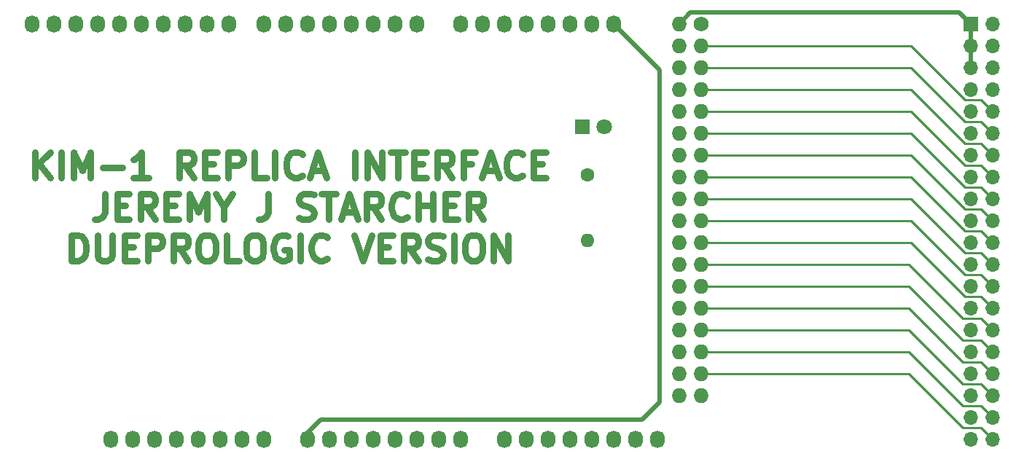
<source format=gbr>
%TF.GenerationSoftware,KiCad,Pcbnew,6.0.2+dfsg-1*%
%TF.CreationDate,2022-06-12T22:28:19-04:00*%
%TF.ProjectId,kim1-earthpeople,6b696d31-2d65-4617-9274-6870656f706c,rev?*%
%TF.SameCoordinates,Original*%
%TF.FileFunction,Copper,L1,Top*%
%TF.FilePolarity,Positive*%
%FSLAX46Y46*%
G04 Gerber Fmt 4.6, Leading zero omitted, Abs format (unit mm)*
G04 Created by KiCad (PCBNEW 6.0.2+dfsg-1) date 2022-06-12 22:28:19*
%MOMM*%
%LPD*%
G01*
G04 APERTURE LIST*
%ADD10C,0.750000*%
%TA.AperFunction,NonConductor*%
%ADD11C,0.750000*%
%TD*%
%TA.AperFunction,ComponentPad*%
%ADD12O,1.727200X2.032000*%
%TD*%
%TA.AperFunction,ComponentPad*%
%ADD13O,1.727200X1.727200*%
%TD*%
%TA.AperFunction,ComponentPad*%
%ADD14C,1.727200*%
%TD*%
%TA.AperFunction,ComponentPad*%
%ADD15C,1.600000*%
%TD*%
%TA.AperFunction,ComponentPad*%
%ADD16O,1.600000X1.600000*%
%TD*%
%TA.AperFunction,ComponentPad*%
%ADD17R,1.800000X1.800000*%
%TD*%
%TA.AperFunction,ComponentPad*%
%ADD18C,1.800000*%
%TD*%
%TA.AperFunction,ComponentPad*%
%ADD19R,1.700000X1.700000*%
%TD*%
%TA.AperFunction,ComponentPad*%
%ADD20O,1.700000X1.700000*%
%TD*%
%TA.AperFunction,Conductor*%
%ADD21C,0.500000*%
%TD*%
%TA.AperFunction,Conductor*%
%ADD22C,0.250000*%
%TD*%
G04 APERTURE END LIST*
D10*
D11*
X122574571Y-88729142D02*
X122574571Y-85729142D01*
X124288857Y-88729142D02*
X123003142Y-87014857D01*
X124288857Y-85729142D02*
X122574571Y-87443428D01*
X125574571Y-88729142D02*
X125574571Y-85729142D01*
X127003142Y-88729142D02*
X127003142Y-85729142D01*
X128003142Y-87872000D01*
X129003142Y-85729142D01*
X129003142Y-88729142D01*
X130431714Y-87586285D02*
X132717428Y-87586285D01*
X135717428Y-88729142D02*
X134003142Y-88729142D01*
X134860285Y-88729142D02*
X134860285Y-85729142D01*
X134574571Y-86157714D01*
X134288857Y-86443428D01*
X134003142Y-86586285D01*
X141003142Y-88729142D02*
X140003142Y-87300571D01*
X139288857Y-88729142D02*
X139288857Y-85729142D01*
X140431714Y-85729142D01*
X140717428Y-85872000D01*
X140860285Y-86014857D01*
X141003142Y-86300571D01*
X141003142Y-86729142D01*
X140860285Y-87014857D01*
X140717428Y-87157714D01*
X140431714Y-87300571D01*
X139288857Y-87300571D01*
X142288857Y-87157714D02*
X143288857Y-87157714D01*
X143717428Y-88729142D02*
X142288857Y-88729142D01*
X142288857Y-85729142D01*
X143717428Y-85729142D01*
X145003142Y-88729142D02*
X145003142Y-85729142D01*
X146146000Y-85729142D01*
X146431714Y-85872000D01*
X146574571Y-86014857D01*
X146717428Y-86300571D01*
X146717428Y-86729142D01*
X146574571Y-87014857D01*
X146431714Y-87157714D01*
X146146000Y-87300571D01*
X145003142Y-87300571D01*
X149431714Y-88729142D02*
X148003142Y-88729142D01*
X148003142Y-85729142D01*
X150431714Y-88729142D02*
X150431714Y-85729142D01*
X153574571Y-88443428D02*
X153431714Y-88586285D01*
X153003142Y-88729142D01*
X152717428Y-88729142D01*
X152288857Y-88586285D01*
X152003142Y-88300571D01*
X151860285Y-88014857D01*
X151717428Y-87443428D01*
X151717428Y-87014857D01*
X151860285Y-86443428D01*
X152003142Y-86157714D01*
X152288857Y-85872000D01*
X152717428Y-85729142D01*
X153003142Y-85729142D01*
X153431714Y-85872000D01*
X153574571Y-86014857D01*
X154717428Y-87872000D02*
X156146000Y-87872000D01*
X154431714Y-88729142D02*
X155431714Y-85729142D01*
X156431714Y-88729142D01*
X159717428Y-88729142D02*
X159717428Y-85729142D01*
X161146000Y-88729142D02*
X161146000Y-85729142D01*
X162860285Y-88729142D01*
X162860285Y-85729142D01*
X163860285Y-85729142D02*
X165574571Y-85729142D01*
X164717428Y-88729142D02*
X164717428Y-85729142D01*
X166574571Y-87157714D02*
X167574571Y-87157714D01*
X168003142Y-88729142D02*
X166574571Y-88729142D01*
X166574571Y-85729142D01*
X168003142Y-85729142D01*
X171003142Y-88729142D02*
X170003142Y-87300571D01*
X169288857Y-88729142D02*
X169288857Y-85729142D01*
X170431714Y-85729142D01*
X170717428Y-85872000D01*
X170860285Y-86014857D01*
X171003142Y-86300571D01*
X171003142Y-86729142D01*
X170860285Y-87014857D01*
X170717428Y-87157714D01*
X170431714Y-87300571D01*
X169288857Y-87300571D01*
X173288857Y-87157714D02*
X172288857Y-87157714D01*
X172288857Y-88729142D02*
X172288857Y-85729142D01*
X173717428Y-85729142D01*
X174717428Y-87872000D02*
X176146000Y-87872000D01*
X174431714Y-88729142D02*
X175431714Y-85729142D01*
X176431714Y-88729142D01*
X179146000Y-88443428D02*
X179003142Y-88586285D01*
X178574571Y-88729142D01*
X178288857Y-88729142D01*
X177860285Y-88586285D01*
X177574571Y-88300571D01*
X177431714Y-88014857D01*
X177288857Y-87443428D01*
X177288857Y-87014857D01*
X177431714Y-86443428D01*
X177574571Y-86157714D01*
X177860285Y-85872000D01*
X178288857Y-85729142D01*
X178574571Y-85729142D01*
X179003142Y-85872000D01*
X179146000Y-86014857D01*
X180431714Y-87157714D02*
X181431714Y-87157714D01*
X181860285Y-88729142D02*
X180431714Y-88729142D01*
X180431714Y-85729142D01*
X181860285Y-85729142D01*
X130646000Y-90559142D02*
X130646000Y-92702000D01*
X130503142Y-93130571D01*
X130217428Y-93416285D01*
X129788857Y-93559142D01*
X129503142Y-93559142D01*
X132074571Y-91987714D02*
X133074571Y-91987714D01*
X133503142Y-93559142D02*
X132074571Y-93559142D01*
X132074571Y-90559142D01*
X133503142Y-90559142D01*
X136503142Y-93559142D02*
X135503142Y-92130571D01*
X134788857Y-93559142D02*
X134788857Y-90559142D01*
X135931714Y-90559142D01*
X136217428Y-90702000D01*
X136360285Y-90844857D01*
X136503142Y-91130571D01*
X136503142Y-91559142D01*
X136360285Y-91844857D01*
X136217428Y-91987714D01*
X135931714Y-92130571D01*
X134788857Y-92130571D01*
X137788857Y-91987714D02*
X138788857Y-91987714D01*
X139217428Y-93559142D02*
X137788857Y-93559142D01*
X137788857Y-90559142D01*
X139217428Y-90559142D01*
X140503142Y-93559142D02*
X140503142Y-90559142D01*
X141503142Y-92702000D01*
X142503142Y-90559142D01*
X142503142Y-93559142D01*
X144503142Y-92130571D02*
X144503142Y-93559142D01*
X143503142Y-90559142D02*
X144503142Y-92130571D01*
X145503142Y-90559142D01*
X149646000Y-90559142D02*
X149646000Y-92702000D01*
X149503142Y-93130571D01*
X149217428Y-93416285D01*
X148788857Y-93559142D01*
X148503142Y-93559142D01*
X153217428Y-93416285D02*
X153646000Y-93559142D01*
X154360285Y-93559142D01*
X154646000Y-93416285D01*
X154788857Y-93273428D01*
X154931714Y-92987714D01*
X154931714Y-92702000D01*
X154788857Y-92416285D01*
X154646000Y-92273428D01*
X154360285Y-92130571D01*
X153788857Y-91987714D01*
X153503142Y-91844857D01*
X153360285Y-91702000D01*
X153217428Y-91416285D01*
X153217428Y-91130571D01*
X153360285Y-90844857D01*
X153503142Y-90702000D01*
X153788857Y-90559142D01*
X154503142Y-90559142D01*
X154931714Y-90702000D01*
X155788857Y-90559142D02*
X157503142Y-90559142D01*
X156646000Y-93559142D02*
X156646000Y-90559142D01*
X158360285Y-92702000D02*
X159788857Y-92702000D01*
X158074571Y-93559142D02*
X159074571Y-90559142D01*
X160074571Y-93559142D01*
X162788857Y-93559142D02*
X161788857Y-92130571D01*
X161074571Y-93559142D02*
X161074571Y-90559142D01*
X162217428Y-90559142D01*
X162503142Y-90702000D01*
X162646000Y-90844857D01*
X162788857Y-91130571D01*
X162788857Y-91559142D01*
X162646000Y-91844857D01*
X162503142Y-91987714D01*
X162217428Y-92130571D01*
X161074571Y-92130571D01*
X165788857Y-93273428D02*
X165646000Y-93416285D01*
X165217428Y-93559142D01*
X164931714Y-93559142D01*
X164503142Y-93416285D01*
X164217428Y-93130571D01*
X164074571Y-92844857D01*
X163931714Y-92273428D01*
X163931714Y-91844857D01*
X164074571Y-91273428D01*
X164217428Y-90987714D01*
X164503142Y-90702000D01*
X164931714Y-90559142D01*
X165217428Y-90559142D01*
X165646000Y-90702000D01*
X165788857Y-90844857D01*
X167074571Y-93559142D02*
X167074571Y-90559142D01*
X167074571Y-91987714D02*
X168788857Y-91987714D01*
X168788857Y-93559142D02*
X168788857Y-90559142D01*
X170217428Y-91987714D02*
X171217428Y-91987714D01*
X171646000Y-93559142D02*
X170217428Y-93559142D01*
X170217428Y-90559142D01*
X171646000Y-90559142D01*
X174646000Y-93559142D02*
X173646000Y-92130571D01*
X172931714Y-93559142D02*
X172931714Y-90559142D01*
X174074571Y-90559142D01*
X174360285Y-90702000D01*
X174503142Y-90844857D01*
X174646000Y-91130571D01*
X174646000Y-91559142D01*
X174503142Y-91844857D01*
X174360285Y-91987714D01*
X174074571Y-92130571D01*
X172931714Y-92130571D01*
X126788857Y-98389142D02*
X126788857Y-95389142D01*
X127503142Y-95389142D01*
X127931714Y-95532000D01*
X128217428Y-95817714D01*
X128360285Y-96103428D01*
X128503142Y-96674857D01*
X128503142Y-97103428D01*
X128360285Y-97674857D01*
X128217428Y-97960571D01*
X127931714Y-98246285D01*
X127503142Y-98389142D01*
X126788857Y-98389142D01*
X129788857Y-95389142D02*
X129788857Y-97817714D01*
X129931714Y-98103428D01*
X130074571Y-98246285D01*
X130360285Y-98389142D01*
X130931714Y-98389142D01*
X131217428Y-98246285D01*
X131360285Y-98103428D01*
X131503142Y-97817714D01*
X131503142Y-95389142D01*
X132931714Y-96817714D02*
X133931714Y-96817714D01*
X134360285Y-98389142D02*
X132931714Y-98389142D01*
X132931714Y-95389142D01*
X134360285Y-95389142D01*
X135646000Y-98389142D02*
X135646000Y-95389142D01*
X136788857Y-95389142D01*
X137074571Y-95532000D01*
X137217428Y-95674857D01*
X137360285Y-95960571D01*
X137360285Y-96389142D01*
X137217428Y-96674857D01*
X137074571Y-96817714D01*
X136788857Y-96960571D01*
X135646000Y-96960571D01*
X140360285Y-98389142D02*
X139360285Y-96960571D01*
X138646000Y-98389142D02*
X138646000Y-95389142D01*
X139788857Y-95389142D01*
X140074571Y-95532000D01*
X140217428Y-95674857D01*
X140360285Y-95960571D01*
X140360285Y-96389142D01*
X140217428Y-96674857D01*
X140074571Y-96817714D01*
X139788857Y-96960571D01*
X138646000Y-96960571D01*
X142217428Y-95389142D02*
X142788857Y-95389142D01*
X143074571Y-95532000D01*
X143360285Y-95817714D01*
X143503142Y-96389142D01*
X143503142Y-97389142D01*
X143360285Y-97960571D01*
X143074571Y-98246285D01*
X142788857Y-98389142D01*
X142217428Y-98389142D01*
X141931714Y-98246285D01*
X141646000Y-97960571D01*
X141503142Y-97389142D01*
X141503142Y-96389142D01*
X141646000Y-95817714D01*
X141931714Y-95532000D01*
X142217428Y-95389142D01*
X146217428Y-98389142D02*
X144788857Y-98389142D01*
X144788857Y-95389142D01*
X147788857Y-95389142D02*
X148360285Y-95389142D01*
X148646000Y-95532000D01*
X148931714Y-95817714D01*
X149074571Y-96389142D01*
X149074571Y-97389142D01*
X148931714Y-97960571D01*
X148646000Y-98246285D01*
X148360285Y-98389142D01*
X147788857Y-98389142D01*
X147503142Y-98246285D01*
X147217428Y-97960571D01*
X147074571Y-97389142D01*
X147074571Y-96389142D01*
X147217428Y-95817714D01*
X147503142Y-95532000D01*
X147788857Y-95389142D01*
X151931714Y-95532000D02*
X151646000Y-95389142D01*
X151217428Y-95389142D01*
X150788857Y-95532000D01*
X150503142Y-95817714D01*
X150360285Y-96103428D01*
X150217428Y-96674857D01*
X150217428Y-97103428D01*
X150360285Y-97674857D01*
X150503142Y-97960571D01*
X150788857Y-98246285D01*
X151217428Y-98389142D01*
X151503142Y-98389142D01*
X151931714Y-98246285D01*
X152074571Y-98103428D01*
X152074571Y-97103428D01*
X151503142Y-97103428D01*
X153360285Y-98389142D02*
X153360285Y-95389142D01*
X156503142Y-98103428D02*
X156360285Y-98246285D01*
X155931714Y-98389142D01*
X155646000Y-98389142D01*
X155217428Y-98246285D01*
X154931714Y-97960571D01*
X154788857Y-97674857D01*
X154646000Y-97103428D01*
X154646000Y-96674857D01*
X154788857Y-96103428D01*
X154931714Y-95817714D01*
X155217428Y-95532000D01*
X155646000Y-95389142D01*
X155931714Y-95389142D01*
X156360285Y-95532000D01*
X156503142Y-95674857D01*
X159646000Y-95389142D02*
X160646000Y-98389142D01*
X161646000Y-95389142D01*
X162646000Y-96817714D02*
X163646000Y-96817714D01*
X164074571Y-98389142D02*
X162646000Y-98389142D01*
X162646000Y-95389142D01*
X164074571Y-95389142D01*
X167074571Y-98389142D02*
X166074571Y-96960571D01*
X165360285Y-98389142D02*
X165360285Y-95389142D01*
X166503142Y-95389142D01*
X166788857Y-95532000D01*
X166931714Y-95674857D01*
X167074571Y-95960571D01*
X167074571Y-96389142D01*
X166931714Y-96674857D01*
X166788857Y-96817714D01*
X166503142Y-96960571D01*
X165360285Y-96960571D01*
X168217428Y-98246285D02*
X168646000Y-98389142D01*
X169360285Y-98389142D01*
X169646000Y-98246285D01*
X169788857Y-98103428D01*
X169931714Y-97817714D01*
X169931714Y-97532000D01*
X169788857Y-97246285D01*
X169646000Y-97103428D01*
X169360285Y-96960571D01*
X168788857Y-96817714D01*
X168503142Y-96674857D01*
X168360285Y-96532000D01*
X168217428Y-96246285D01*
X168217428Y-95960571D01*
X168360285Y-95674857D01*
X168503142Y-95532000D01*
X168788857Y-95389142D01*
X169503142Y-95389142D01*
X169931714Y-95532000D01*
X171217428Y-98389142D02*
X171217428Y-95389142D01*
X173217428Y-95389142D02*
X173788857Y-95389142D01*
X174074571Y-95532000D01*
X174360285Y-95817714D01*
X174503142Y-96389142D01*
X174503142Y-97389142D01*
X174360285Y-97960571D01*
X174074571Y-98246285D01*
X173788857Y-98389142D01*
X173217428Y-98389142D01*
X172931714Y-98246285D01*
X172646000Y-97960571D01*
X172503142Y-97389142D01*
X172503142Y-96389142D01*
X172646000Y-95817714D01*
X172931714Y-95532000D01*
X173217428Y-95389142D01*
X175788857Y-98389142D02*
X175788857Y-95389142D01*
X177503142Y-98389142D01*
X177503142Y-95389142D01*
D12*
%TO.P,P2,1,Pin_1*%
%TO.N,unconnected-(P2-Pad1)*%
X131318000Y-119126000D03*
%TO.P,P2,2,Pin_2*%
%TO.N,unconnected-(P2-Pad2)*%
X133858000Y-119126000D03*
%TO.P,P2,3,Pin_3*%
%TO.N,unconnected-(P2-Pad3)*%
X136398000Y-119126000D03*
%TO.P,P2,4,Pin_4*%
%TO.N,unconnected-(P2-Pad4)*%
X138938000Y-119126000D03*
%TO.P,P2,5,Pin_5*%
%TO.N,unconnected-(P2-Pad5)*%
X141478000Y-119126000D03*
%TO.P,P2,6,Pin_6*%
%TO.N,GND*%
X144018000Y-119126000D03*
%TO.P,P2,7,Pin_7*%
X146558000Y-119126000D03*
%TO.P,P2,8,Pin_8*%
%TO.N,unconnected-(P2-Pad8)*%
X149098000Y-119126000D03*
%TD*%
%TO.P,P3,1,Pin_1*%
%TO.N,5V*%
X154178000Y-119126000D03*
%TO.P,P3,2,Pin_2*%
%TO.N,unconnected-(P3-Pad2)*%
X156718000Y-119126000D03*
%TO.P,P3,3,Pin_3*%
%TO.N,unconnected-(P3-Pad3)*%
X159258000Y-119126000D03*
%TO.P,P3,4,Pin_4*%
%TO.N,unconnected-(P3-Pad4)*%
X161798000Y-119126000D03*
%TO.P,P3,5,Pin_5*%
%TO.N,unconnected-(P3-Pad5)*%
X164338000Y-119126000D03*
%TO.P,P3,6,Pin_6*%
%TO.N,unconnected-(P3-Pad6)*%
X166878000Y-119126000D03*
%TO.P,P3,7,Pin_7*%
%TO.N,unconnected-(P3-Pad7)*%
X169418000Y-119126000D03*
%TO.P,P3,8,Pin_8*%
%TO.N,GND*%
X171958000Y-119126000D03*
%TD*%
%TO.P,P4,1,Pin_1*%
%TO.N,3V3*%
X177038000Y-119126000D03*
%TO.P,P4,2,Pin_2*%
%TO.N,unconnected-(P4-Pad2)*%
X179578000Y-119126000D03*
%TO.P,P4,3,Pin_3*%
%TO.N,unconnected-(P4-Pad3)*%
X182118000Y-119126000D03*
%TO.P,P4,4,Pin_4*%
%TO.N,unconnected-(P4-Pad4)*%
X184658000Y-119126000D03*
%TO.P,P4,5,Pin_5*%
%TO.N,unconnected-(P4-Pad5)*%
X187198000Y-119126000D03*
%TO.P,P4,6,Pin_6*%
%TO.N,unconnected-(P4-Pad6)*%
X189738000Y-119126000D03*
%TO.P,P4,7,Pin_7*%
%TO.N,unconnected-(P4-Pad7)*%
X192278000Y-119126000D03*
%TO.P,P4,8,Pin_8*%
%TO.N,GND*%
X194818000Y-119126000D03*
%TD*%
%TO.P,P5,1,Pin_1*%
%TO.N,unconnected-(P5-Pad1)*%
X145034000Y-70866000D03*
%TO.P,P5,2,Pin_2*%
%TO.N,unconnected-(P5-Pad2)*%
X142494000Y-70866000D03*
%TO.P,P5,3,Pin_3*%
%TO.N,unconnected-(P5-Pad3)*%
X139954000Y-70866000D03*
%TO.P,P5,4,Pin_4*%
%TO.N,unconnected-(P5-Pad4)*%
X137414000Y-70866000D03*
%TO.P,P5,5,Pin_5*%
%TO.N,unconnected-(P5-Pad5)*%
X134874000Y-70866000D03*
%TO.P,P5,6,Pin_6*%
%TO.N,unconnected-(P5-Pad6)*%
X132334000Y-70866000D03*
%TO.P,P5,7,Pin_7*%
%TO.N,GND*%
X129794000Y-70866000D03*
%TO.P,P5,8,Pin_8*%
%TO.N,3V3*%
X127254000Y-70866000D03*
%TO.P,P5,9,Pin_9*%
%TO.N,unconnected-(P5-Pad9)*%
X124714000Y-70866000D03*
%TO.P,P5,10,Pin_10*%
%TO.N,unconnected-(P5-Pad10)*%
X122174000Y-70866000D03*
%TD*%
%TO.P,P6,1,Pin_1*%
%TO.N,3V3*%
X166878000Y-70866000D03*
%TO.P,P6,2,Pin_2*%
%TO.N,unconnected-(P6-Pad2)*%
X164338000Y-70866000D03*
%TO.P,P6,3,Pin_3*%
%TO.N,unconnected-(P6-Pad3)*%
X161798000Y-70866000D03*
%TO.P,P6,4,Pin_4*%
%TO.N,unconnected-(P6-Pad4)*%
X159258000Y-70866000D03*
%TO.P,P6,5,Pin_5*%
%TO.N,unconnected-(P6-Pad5)*%
X156718000Y-70866000D03*
%TO.P,P6,6,Pin_6*%
%TO.N,unconnected-(P6-Pad6)*%
X154178000Y-70866000D03*
%TO.P,P6,7,Pin_7*%
%TO.N,unconnected-(P6-Pad7)*%
X151638000Y-70866000D03*
%TO.P,P6,8,Pin_8*%
%TO.N,GND*%
X149098000Y-70866000D03*
%TD*%
%TO.P,P7,1,Pin_1*%
%TO.N,5V*%
X189738000Y-70866000D03*
%TO.P,P7,2,Pin_2*%
%TO.N,unconnected-(P7-Pad2)*%
X187198000Y-70866000D03*
%TO.P,P7,3,Pin_3*%
%TO.N,unconnected-(P7-Pad3)*%
X184658000Y-70866000D03*
%TO.P,P7,4,Pin_4*%
%TO.N,unconnected-(P7-Pad4)*%
X182118000Y-70866000D03*
%TO.P,P7,5,Pin_5*%
%TO.N,unconnected-(P7-Pad5)*%
X179578000Y-70866000D03*
%TO.P,P7,6,Pin_6*%
%TO.N,unconnected-(P7-Pad6)*%
X177038000Y-70866000D03*
%TO.P,P7,7,Pin_7*%
%TO.N,unconnected-(P7-Pad7)*%
X174498000Y-70866000D03*
%TO.P,P7,8,Pin_8*%
%TO.N,GND*%
X171958000Y-70866000D03*
%TD*%
D13*
%TO.P,J101,1,Pin_1*%
%TO.N,3V3*%
X197358000Y-70866000D03*
D14*
%TO.P,J101,2,Pin_2*%
%TO.N,5V*%
X199898000Y-70866000D03*
D13*
%TO.P,J101,3,Pin_3*%
%TO.N,SPARE1*%
X197358000Y-73406000D03*
%TO.P,J101,4,Pin_4*%
%TO.N,SPARE6*%
X199898000Y-73406000D03*
%TO.P,J101,5,Pin_5*%
%TO.N,SPARE5*%
X197358000Y-75946000D03*
%TO.P,J101,6,Pin_6*%
%TO.N,SPARE7*%
X199898000Y-75946000D03*
%TO.P,J101,7,Pin_7*%
%TO.N,SST_KEY*%
X197358000Y-78486000D03*
%TO.P,J101,8,Pin_8*%
%TO.N,EXP_RAM*%
X199898000Y-78486000D03*
%TO.P,J101,9,Pin_9*%
%TO.N,ST_KEY*%
X197358000Y-81026000D03*
%TO.P,J101,10,Pin_10*%
%TO.N,LED_DIG_4*%
X199898000Y-81026000D03*
%TO.P,J101,11,Pin_11*%
%TO.N,RS_KEY*%
X197358000Y-83566000D03*
%TO.P,J101,12,Pin_12*%
%TO.N,LED_DIG_5*%
X199898000Y-83566000D03*
%TO.P,J101,13,Pin_13*%
%TO.N,ENABLE_TTY*%
X197358000Y-86106000D03*
%TO.P,J101,14,Pin_14*%
%TO.N,LED_DIG_6*%
X199898000Y-86106000D03*
%TO.P,J101,15,Pin_15*%
%TO.N,KB_ROW_2*%
X197358000Y-88646000D03*
%TO.P,J101,16,Pin_16*%
%TO.N,LED_DIG_7*%
X199898000Y-88646000D03*
%TO.P,J101,17,Pin_17*%
%TO.N,KB_ROW_1*%
X197358000Y-91186000D03*
%TO.P,J101,18,Pin_18*%
%TO.N,LED_DIG_8*%
X199898000Y-91186000D03*
%TO.P,J101,19,Pin_19*%
%TO.N,KB_ROW_0*%
X197358000Y-93726000D03*
%TO.P,J101,20,Pin_20*%
%TO.N,LED_DIG_9*%
X199898000Y-93726000D03*
%TO.P,J101,21,Pin_21*%
%TO.N,KB_COL_6*%
X197358000Y-96266000D03*
%TO.P,J101,22,Pin_22*%
%TO.N,LED_SEG_6*%
X199898000Y-96266000D03*
%TO.P,J101,23,Pin_23*%
%TO.N,KB_COL_5*%
X197358000Y-98806000D03*
%TO.P,J101,24,Pin_24*%
%TO.N,LED_SEG_5*%
X199898000Y-98806000D03*
%TO.P,J101,25,Pin_25*%
%TO.N,KB_COL_4*%
X197358000Y-101346000D03*
%TO.P,J101,26,Pin_26*%
%TO.N,LED_SEG_4*%
X199898000Y-101346000D03*
%TO.P,J101,27,Pin_27*%
%TO.N,KB_COL_3*%
X197358000Y-103886000D03*
%TO.P,J101,28,Pin_28*%
%TO.N,LED_SEG_3*%
X199898000Y-103886000D03*
%TO.P,J101,29,Pin_29*%
%TO.N,KB_COL_2*%
X197358000Y-106426000D03*
%TO.P,J101,30,Pin_30*%
%TO.N,LED_SEG_2*%
X199898000Y-106426000D03*
%TO.P,J101,31,Pin_31*%
%TO.N,KB_COL_1*%
X197358000Y-108966000D03*
%TO.P,J101,32,Pin_32*%
%TO.N,LED_SEG_1*%
X199898000Y-108966000D03*
%TO.P,J101,33,Pin_33*%
%TO.N,KB_COL_0*%
X197358000Y-111506000D03*
%TO.P,J101,34,Pin_34*%
%TO.N,LED_SEG_0*%
X199898000Y-111506000D03*
%TO.P,J101,35,Pin_35*%
%TO.N,GND*%
X197358000Y-114046000D03*
%TO.P,J101,36,Pin_36*%
X199898000Y-114046000D03*
%TD*%
D15*
%TO.P,R101,1*%
%TO.N,Net-(D101-Pad2)*%
X186700000Y-88400000D03*
D16*
%TO.P,R101,2*%
%TO.N,3V3*%
X186700000Y-96020000D03*
%TD*%
D17*
%TO.P,D101,1,K*%
%TO.N,GND*%
X186125000Y-82800000D03*
D18*
%TO.P,D101,2,A*%
%TO.N,Net-(D101-Pad2)*%
X188665000Y-82800000D03*
%TD*%
D19*
%TO.P,J102,1,Pin_1*%
%TO.N,3V3*%
X231225000Y-70875000D03*
D20*
%TO.P,J102,2,Pin_2*%
%TO.N,GND*%
X233765000Y-70875000D03*
%TO.P,J102,3,Pin_3*%
%TO.N,3V3*%
X231225000Y-73415000D03*
%TO.P,J102,4,Pin_4*%
%TO.N,GND*%
X233765000Y-73415000D03*
%TO.P,J102,5,Pin_5*%
%TO.N,3V3*%
X231225000Y-75955000D03*
%TO.P,J102,6,Pin_6*%
%TO.N,GND*%
X233765000Y-75955000D03*
%TO.P,J102,7,Pin_7*%
%TO.N,SPARE1*%
X231225000Y-78495000D03*
%TO.P,J102,8,Pin_8*%
%TO.N,SPARE5*%
X233765000Y-78495000D03*
%TO.P,J102,9,Pin_9*%
%TO.N,SPARE2*%
X231225000Y-81035000D03*
%TO.P,J102,10,Pin_10*%
%TO.N,SPARE6*%
X233765000Y-81035000D03*
%TO.P,J102,11,Pin_11*%
%TO.N,SPARE3*%
X231225000Y-83575000D03*
%TO.P,J102,12,Pin_12*%
%TO.N,SPARE7*%
X233765000Y-83575000D03*
%TO.P,J102,13,Pin_13*%
%TO.N,SST_KEY*%
X231225000Y-86115000D03*
%TO.P,J102,14,Pin_14*%
%TO.N,EXP_RAM*%
X233765000Y-86115000D03*
%TO.P,J102,15,Pin_15*%
%TO.N,ST_KEY*%
X231225000Y-88655000D03*
%TO.P,J102,16,Pin_16*%
%TO.N,LED_DIG_4*%
X233765000Y-88655000D03*
%TO.P,J102,17,Pin_17*%
%TO.N,RS_KEY*%
X231225000Y-91195000D03*
%TO.P,J102,18,Pin_18*%
%TO.N,LED_DIG_5*%
X233765000Y-91195000D03*
%TO.P,J102,19,Pin_19*%
%TO.N,ENABLE_TTY*%
X231225000Y-93735000D03*
%TO.P,J102,20,Pin_20*%
%TO.N,LED_DIG_6*%
X233765000Y-93735000D03*
%TO.P,J102,21,Pin_21*%
%TO.N,KB_ROW_2*%
X231225000Y-96275000D03*
%TO.P,J102,22,Pin_22*%
%TO.N,LED_DIG_7*%
X233765000Y-96275000D03*
%TO.P,J102,23,Pin_23*%
%TO.N,KB_ROW_1*%
X231225000Y-98815000D03*
%TO.P,J102,24,Pin_24*%
%TO.N,LED_DIG_8*%
X233765000Y-98815000D03*
%TO.P,J102,25,Pin_25*%
%TO.N,KB_ROW_0*%
X231225000Y-101355000D03*
%TO.P,J102,26,Pin_26*%
%TO.N,LED_DIG_9*%
X233765000Y-101355000D03*
%TO.P,J102,27,Pin_27*%
%TO.N,KB_COL_6*%
X231225000Y-103895000D03*
%TO.P,J102,28,Pin_28*%
%TO.N,LED_SEG_6*%
X233765000Y-103895000D03*
%TO.P,J102,29,Pin_29*%
%TO.N,KB_COL_5*%
X231225000Y-106435000D03*
%TO.P,J102,30,Pin_30*%
%TO.N,LED_SEG_5*%
X233765000Y-106435000D03*
%TO.P,J102,31,Pin_31*%
%TO.N,KB_COL_4*%
X231225000Y-108975000D03*
%TO.P,J102,32,Pin_32*%
%TO.N,LED_SEG_4*%
X233765000Y-108975000D03*
%TO.P,J102,33,Pin_33*%
%TO.N,KB_COL_3*%
X231225000Y-111515000D03*
%TO.P,J102,34,Pin_34*%
%TO.N,LED_SEG_3*%
X233765000Y-111515000D03*
%TO.P,J102,35,Pin_35*%
%TO.N,KB_COL_2*%
X231225000Y-114055000D03*
%TO.P,J102,36,Pin_36*%
%TO.N,LED_SEG_2*%
X233765000Y-114055000D03*
%TO.P,J102,37,Pin_37*%
%TO.N,KB_COL_1*%
X231225000Y-116595000D03*
%TO.P,J102,38,Pin_38*%
%TO.N,LED_SEG_1*%
X233765000Y-116595000D03*
%TO.P,J102,39,Pin_39*%
%TO.N,KB_COL_0*%
X231225000Y-119135000D03*
%TO.P,J102,40,Pin_40*%
%TO.N,LED_SEG_0*%
X233765000Y-119135000D03*
%TD*%
D21*
%TO.N,3V3*%
X198671111Y-69552889D02*
X229902889Y-69552889D01*
X231225000Y-70875000D02*
X231225000Y-75955000D01*
X229902889Y-69552889D02*
X231225000Y-70875000D01*
X197358000Y-70866000D02*
X198671111Y-69552889D01*
%TO.N,5V*%
X155702000Y-116840000D02*
X154178000Y-118364000D01*
X189738000Y-70866000D02*
X195072000Y-76200000D01*
X193040000Y-116840000D02*
X155702000Y-116840000D01*
X195072000Y-76200000D02*
X195072000Y-114808000D01*
X195072000Y-114808000D02*
X193040000Y-116840000D01*
X154178000Y-118364000D02*
X154178000Y-119126000D01*
D22*
%TO.N,SPARE6*%
X230545511Y-79669511D02*
X232399511Y-79669511D01*
X232399511Y-79669511D02*
X233765000Y-81035000D01*
X199898000Y-73406000D02*
X224282000Y-73406000D01*
X224282000Y-73406000D02*
X230545511Y-79669511D01*
%TO.N,SPARE7*%
X224282000Y-75946000D02*
X230545511Y-82209511D01*
X232399511Y-82209511D02*
X233765000Y-83575000D01*
X230545511Y-82209511D02*
X232399511Y-82209511D01*
X199898000Y-75946000D02*
X224282000Y-75946000D01*
%TO.N,EXP_RAM*%
X199898000Y-78486000D02*
X224282000Y-78486000D01*
X232399511Y-84749511D02*
X233765000Y-86115000D01*
X230545511Y-84749511D02*
X232399511Y-84749511D01*
X224282000Y-78486000D02*
X230545511Y-84749511D01*
%TO.N,LED_DIG_4*%
X232399511Y-87289511D02*
X233765000Y-88655000D01*
X230545511Y-87289511D02*
X232399511Y-87289511D01*
X199898000Y-81026000D02*
X224282000Y-81026000D01*
X224282000Y-81026000D02*
X230545511Y-87289511D01*
%TO.N,LED_DIG_5*%
X199898000Y-83566000D02*
X224282000Y-83566000D01*
X230545511Y-89829511D02*
X232399511Y-89829511D01*
X224282000Y-83566000D02*
X230545511Y-89829511D01*
X232399511Y-89829511D02*
X233765000Y-91195000D01*
%TO.N,LED_DIG_6*%
X232399511Y-92369511D02*
X233765000Y-93735000D01*
X230545511Y-92369511D02*
X232399511Y-92369511D01*
X199898000Y-86106000D02*
X224282000Y-86106000D01*
X224282000Y-86106000D02*
X230545511Y-92369511D01*
%TO.N,LED_DIG_7*%
X230545511Y-94909511D02*
X232399511Y-94909511D01*
X232399511Y-94909511D02*
X233765000Y-96275000D01*
X199898000Y-88646000D02*
X224282000Y-88646000D01*
X224282000Y-88646000D02*
X230545511Y-94909511D01*
%TO.N,LED_DIG_8*%
X232399511Y-97449511D02*
X233765000Y-98815000D01*
X224282000Y-91186000D02*
X230545511Y-97449511D01*
X230545511Y-97449511D02*
X232399511Y-97449511D01*
X199898000Y-91186000D02*
X224282000Y-91186000D01*
%TO.N,LED_DIG_9*%
X224282000Y-93726000D02*
X230545511Y-99989511D01*
X232399511Y-99989511D02*
X233765000Y-101355000D01*
X199898000Y-93726000D02*
X224282000Y-93726000D01*
X230545511Y-99989511D02*
X232399511Y-99989511D01*
%TO.N,LED_SEG_6*%
X224282000Y-96266000D02*
X230545511Y-102529511D01*
X232399511Y-102529511D02*
X233765000Y-103895000D01*
X199898000Y-96266000D02*
X224282000Y-96266000D01*
X230545511Y-102529511D02*
X232399511Y-102529511D01*
%TO.N,LED_SEG_5*%
X232399511Y-105069511D02*
X233765000Y-106435000D01*
X230291511Y-105069511D02*
X232399511Y-105069511D01*
X199898000Y-98806000D02*
X224028000Y-98806000D01*
X224028000Y-98806000D02*
X230291511Y-105069511D01*
%TO.N,LED_SEG_4*%
X230291511Y-107609511D02*
X232399511Y-107609511D01*
X232399511Y-107609511D02*
X233765000Y-108975000D01*
X199898000Y-101346000D02*
X224028000Y-101346000D01*
X224028000Y-101346000D02*
X230291511Y-107609511D01*
%TO.N,LED_SEG_3*%
X230291511Y-110149511D02*
X232399511Y-110149511D01*
X199898000Y-103886000D02*
X224028000Y-103886000D01*
X224028000Y-103886000D02*
X230291511Y-110149511D01*
X232399511Y-110149511D02*
X233765000Y-111515000D01*
%TO.N,LED_SEG_2*%
X230291511Y-112689511D02*
X232399511Y-112689511D01*
X199898000Y-106426000D02*
X224028000Y-106426000D01*
X232399511Y-112689511D02*
X233765000Y-114055000D01*
X224028000Y-106426000D02*
X230291511Y-112689511D01*
%TO.N,LED_SEG_1*%
X230291511Y-115229511D02*
X232399511Y-115229511D01*
X224028000Y-108966000D02*
X230291511Y-115229511D01*
X199898000Y-108966000D02*
X224028000Y-108966000D01*
X232399511Y-115229511D02*
X233765000Y-116595000D01*
%TO.N,LED_SEG_0*%
X232399511Y-117769511D02*
X233765000Y-119135000D01*
X199898000Y-111506000D02*
X224028000Y-111506000D01*
X230291511Y-117769511D02*
X232399511Y-117769511D01*
X224028000Y-111506000D02*
X230291511Y-117769511D01*
%TD*%
M02*

</source>
